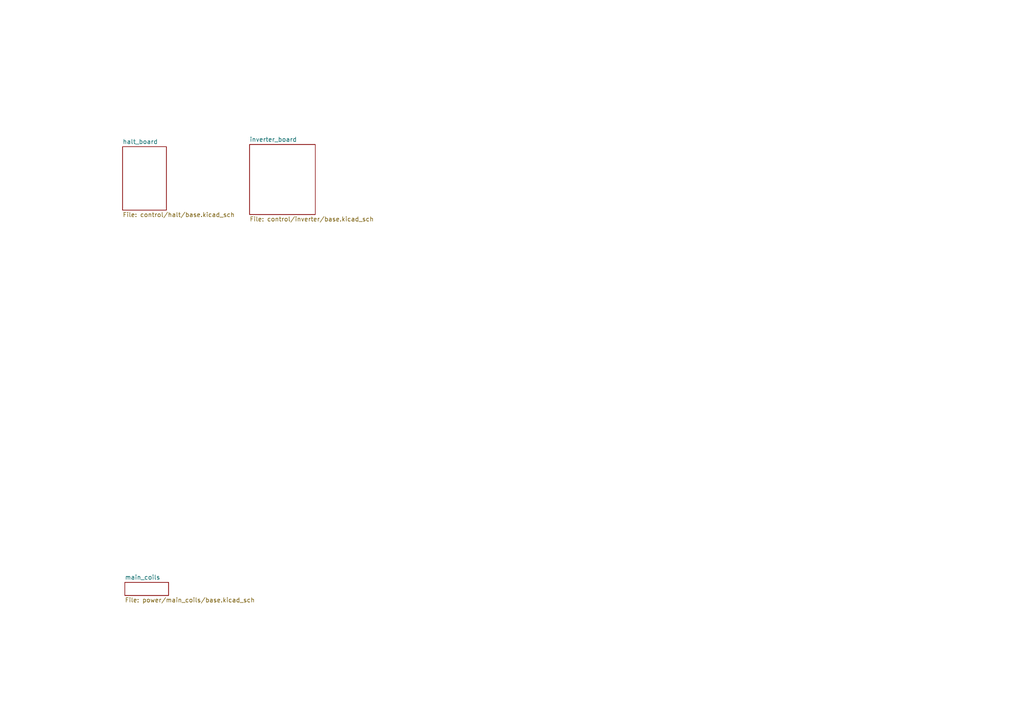
<source format=kicad_sch>
(kicad_sch
	(version 20250114)
	(generator "eeschema")
	(generator_version "9.0")
	(uuid "606d342f-174b-4504-b335-50f65aa4e733")
	(paper "A4")
	(lib_symbols)
	(sheet
		(at 36.195 168.91)
		(size 12.7 3.81)
		(exclude_from_sim no)
		(in_bom yes)
		(on_board yes)
		(dnp no)
		(fields_autoplaced yes)
		(stroke
			(width 0.1524)
			(type solid)
		)
		(fill
			(color 0 0 0 0.0000)
		)
		(uuid "0525e434-2bc2-4b88-bfc1-b7165aa99337")
		(property "Sheetname" "main_coils"
			(at 36.195 168.1984 0)
			(effects
				(font
					(size 1.27 1.27)
				)
				(justify left bottom)
			)
		)
		(property "Sheetfile" "power/main_coils/base.kicad_sch"
			(at 36.195 173.3046 0)
			(effects
				(font
					(size 1.27 1.27)
				)
				(justify left top)
			)
		)
		(instances
			(project "hardware"
				(path "/606d342f-174b-4504-b335-50f65aa4e733"
					(page "13")
				)
			)
		)
	)
	(sheet
		(at 72.39 41.91)
		(size 19.05 20.32)
		(exclude_from_sim no)
		(in_bom yes)
		(on_board yes)
		(dnp no)
		(fields_autoplaced yes)
		(stroke
			(width 0.1524)
			(type solid)
		)
		(fill
			(color 0 0 0 0.0000)
		)
		(uuid "31b9362a-87aa-4ca5-9e9f-d5489b7d3e5d")
		(property "Sheetname" "inverter_board"
			(at 72.39 41.1984 0)
			(effects
				(font
					(size 1.27 1.27)
				)
				(justify left bottom)
			)
		)
		(property "Sheetfile" "control/inverter/base.kicad_sch"
			(at 72.39 62.8146 0)
			(effects
				(font
					(size 1.27 1.27)
				)
				(justify left top)
			)
		)
		(instances
			(project "hardware"
				(path "/606d342f-174b-4504-b335-50f65aa4e733"
					(page "8")
				)
			)
		)
	)
	(sheet
		(at 35.56 42.545)
		(size 12.7 18.415)
		(exclude_from_sim no)
		(in_bom yes)
		(on_board yes)
		(dnp no)
		(fields_autoplaced yes)
		(stroke
			(width 0.1524)
			(type solid)
		)
		(fill
			(color 0 0 0 0.0000)
		)
		(uuid "9d9bac97-3577-4438-bb72-9616a5994fba")
		(property "Sheetname" "halt_board"
			(at 35.56 41.8334 0)
			(effects
				(font
					(size 1.27 1.27)
				)
				(justify left bottom)
			)
		)
		(property "Sheetfile" "control/halt/base.kicad_sch"
			(at 35.56 61.5446 0)
			(effects
				(font
					(size 1.27 1.27)
				)
				(justify left top)
			)
		)
		(instances
			(project "hardware"
				(path "/606d342f-174b-4504-b335-50f65aa4e733"
					(page "5")
				)
			)
		)
	)
	(sheet_instances
		(path "/"
			(page "1")
		)
	)
	(embedded_fonts no)
)

</source>
